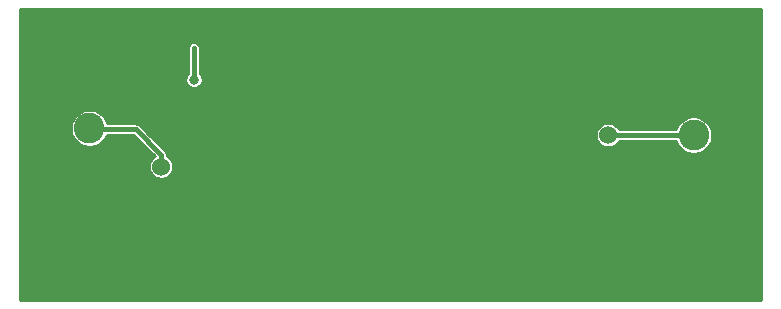
<source format=gbr>
G04 #@! TF.GenerationSoftware,KiCad,Pcbnew,(5.1.4-0)*
G04 #@! TF.CreationDate,2020-02-24T15:23:44-08:00*
G04 #@! TF.ProjectId,3.3V_Rail,332e3356-5f52-4616-996c-2e6b69636164,rev?*
G04 #@! TF.SameCoordinates,Original*
G04 #@! TF.FileFunction,Copper,L2,Bot*
G04 #@! TF.FilePolarity,Positive*
%FSLAX46Y46*%
G04 Gerber Fmt 4.6, Leading zero omitted, Abs format (unit mm)*
G04 Created by KiCad (PCBNEW (5.1.4-0)) date 2020-02-24 15:23:44*
%MOMM*%
%LPD*%
G04 APERTURE LIST*
%ADD10C,2.600000*%
%ADD11R,2.600000X2.600000*%
%ADD12C,0.800000*%
%ADD13C,1.524000*%
%ADD14C,0.406400*%
%ADD15C,0.254000*%
G04 APERTURE END LIST*
D10*
X107850000Y-86550000D03*
D11*
X107850000Y-91550000D03*
X159004000Y-92122000D03*
D10*
X159004000Y-87122000D03*
D12*
X116700000Y-82436000D03*
D13*
X151765000Y-87122000D03*
X113919000Y-89789000D03*
D14*
X116700000Y-82436000D02*
X116700000Y-79769000D01*
X159004000Y-87122000D02*
X151765000Y-87122000D01*
X113919000Y-88773000D02*
X113919000Y-89789000D01*
X111760000Y-86614000D02*
X113919000Y-88773000D01*
X107914000Y-86614000D02*
X111760000Y-86614000D01*
X107850000Y-86550000D02*
X107914000Y-86614000D01*
D15*
G36*
X164719000Y-101092000D02*
G01*
X101981000Y-101092000D01*
X101981000Y-86394443D01*
X106270600Y-86394443D01*
X106270600Y-86705557D01*
X106331295Y-87010694D01*
X106450354Y-87298126D01*
X106623200Y-87556809D01*
X106843191Y-87776800D01*
X107101874Y-87949646D01*
X107389306Y-88068705D01*
X107694443Y-88129400D01*
X108005557Y-88129400D01*
X108310694Y-88068705D01*
X108598126Y-87949646D01*
X108856809Y-87776800D01*
X109076800Y-87556809D01*
X109249646Y-87298126D01*
X109333121Y-87096600D01*
X111560101Y-87096600D01*
X113368111Y-88904611D01*
X113255146Y-88980092D01*
X113110092Y-89125146D01*
X112996123Y-89295712D01*
X112917620Y-89485235D01*
X112877600Y-89686431D01*
X112877600Y-89891569D01*
X112917620Y-90092765D01*
X112996123Y-90282288D01*
X113110092Y-90452854D01*
X113255146Y-90597908D01*
X113425712Y-90711877D01*
X113615235Y-90790380D01*
X113816431Y-90830400D01*
X114021569Y-90830400D01*
X114222765Y-90790380D01*
X114412288Y-90711877D01*
X114582854Y-90597908D01*
X114727908Y-90452854D01*
X114841877Y-90282288D01*
X114920380Y-90092765D01*
X114960400Y-89891569D01*
X114960400Y-89686431D01*
X114920380Y-89485235D01*
X114841877Y-89295712D01*
X114727908Y-89125146D01*
X114582854Y-88980092D01*
X114412288Y-88866123D01*
X114401600Y-88861696D01*
X114401600Y-88796704D01*
X114403935Y-88772999D01*
X114401433Y-88747600D01*
X114394617Y-88678394D01*
X114367022Y-88587423D01*
X114322209Y-88503585D01*
X114261901Y-88430099D01*
X114243488Y-88414988D01*
X112847931Y-87019431D01*
X150723600Y-87019431D01*
X150723600Y-87224569D01*
X150763620Y-87425765D01*
X150842123Y-87615288D01*
X150956092Y-87785854D01*
X151101146Y-87930908D01*
X151271712Y-88044877D01*
X151461235Y-88123380D01*
X151662431Y-88163400D01*
X151867569Y-88163400D01*
X152068765Y-88123380D01*
X152258288Y-88044877D01*
X152428854Y-87930908D01*
X152573908Y-87785854D01*
X152687877Y-87615288D01*
X152692304Y-87604600D01*
X157494369Y-87604600D01*
X157604354Y-87870126D01*
X157777200Y-88128809D01*
X157997191Y-88348800D01*
X158255874Y-88521646D01*
X158543306Y-88640705D01*
X158848443Y-88701400D01*
X159159557Y-88701400D01*
X159464694Y-88640705D01*
X159752126Y-88521646D01*
X160010809Y-88348800D01*
X160230800Y-88128809D01*
X160403646Y-87870126D01*
X160522705Y-87582694D01*
X160583400Y-87277557D01*
X160583400Y-86966443D01*
X160522705Y-86661306D01*
X160403646Y-86373874D01*
X160230800Y-86115191D01*
X160010809Y-85895200D01*
X159752126Y-85722354D01*
X159464694Y-85603295D01*
X159159557Y-85542600D01*
X158848443Y-85542600D01*
X158543306Y-85603295D01*
X158255874Y-85722354D01*
X157997191Y-85895200D01*
X157777200Y-86115191D01*
X157604354Y-86373874D01*
X157494369Y-86639400D01*
X152692304Y-86639400D01*
X152687877Y-86628712D01*
X152573908Y-86458146D01*
X152428854Y-86313092D01*
X152258288Y-86199123D01*
X152068765Y-86120620D01*
X151867569Y-86080600D01*
X151662431Y-86080600D01*
X151461235Y-86120620D01*
X151271712Y-86199123D01*
X151101146Y-86313092D01*
X150956092Y-86458146D01*
X150842123Y-86628712D01*
X150763620Y-86818235D01*
X150723600Y-87019431D01*
X112847931Y-87019431D01*
X112118017Y-86289518D01*
X112102901Y-86271099D01*
X112029415Y-86210791D01*
X111945577Y-86165978D01*
X111854606Y-86138383D01*
X111783707Y-86131400D01*
X111783705Y-86131400D01*
X111760000Y-86129065D01*
X111736295Y-86131400D01*
X109377078Y-86131400D01*
X109368705Y-86089306D01*
X109249646Y-85801874D01*
X109076800Y-85543191D01*
X108856809Y-85323200D01*
X108598126Y-85150354D01*
X108310694Y-85031295D01*
X108005557Y-84970600D01*
X107694443Y-84970600D01*
X107389306Y-85031295D01*
X107101874Y-85150354D01*
X106843191Y-85323200D01*
X106623200Y-85543191D01*
X106450354Y-85801874D01*
X106331295Y-86089306D01*
X106270600Y-86394443D01*
X101981000Y-86394443D01*
X101981000Y-82364397D01*
X115973000Y-82364397D01*
X115973000Y-82507603D01*
X116000938Y-82648058D01*
X116055741Y-82780364D01*
X116135302Y-82899436D01*
X116236564Y-83000698D01*
X116355636Y-83080259D01*
X116487942Y-83135062D01*
X116628397Y-83163000D01*
X116771603Y-83163000D01*
X116912058Y-83135062D01*
X117044364Y-83080259D01*
X117163436Y-83000698D01*
X117264698Y-82899436D01*
X117344259Y-82780364D01*
X117399062Y-82648058D01*
X117427000Y-82507603D01*
X117427000Y-82364397D01*
X117399062Y-82223942D01*
X117344259Y-82091636D01*
X117264698Y-81972564D01*
X117230200Y-81938066D01*
X117230200Y-79742957D01*
X117222528Y-79665063D01*
X117192211Y-79565120D01*
X117142978Y-79473012D01*
X117076722Y-79392278D01*
X116995988Y-79326022D01*
X116903880Y-79276789D01*
X116803937Y-79246472D01*
X116700000Y-79236235D01*
X116596064Y-79246472D01*
X116496121Y-79276789D01*
X116404013Y-79326022D01*
X116323279Y-79392278D01*
X116257023Y-79473012D01*
X116207790Y-79565120D01*
X116177473Y-79665063D01*
X116169801Y-79742957D01*
X116169800Y-81938066D01*
X116135302Y-81972564D01*
X116055741Y-82091636D01*
X116000938Y-82223942D01*
X115973000Y-82364397D01*
X101981000Y-82364397D01*
X101981000Y-76454000D01*
X164719000Y-76454000D01*
X164719000Y-101092000D01*
X164719000Y-101092000D01*
G37*
X164719000Y-101092000D02*
X101981000Y-101092000D01*
X101981000Y-86394443D01*
X106270600Y-86394443D01*
X106270600Y-86705557D01*
X106331295Y-87010694D01*
X106450354Y-87298126D01*
X106623200Y-87556809D01*
X106843191Y-87776800D01*
X107101874Y-87949646D01*
X107389306Y-88068705D01*
X107694443Y-88129400D01*
X108005557Y-88129400D01*
X108310694Y-88068705D01*
X108598126Y-87949646D01*
X108856809Y-87776800D01*
X109076800Y-87556809D01*
X109249646Y-87298126D01*
X109333121Y-87096600D01*
X111560101Y-87096600D01*
X113368111Y-88904611D01*
X113255146Y-88980092D01*
X113110092Y-89125146D01*
X112996123Y-89295712D01*
X112917620Y-89485235D01*
X112877600Y-89686431D01*
X112877600Y-89891569D01*
X112917620Y-90092765D01*
X112996123Y-90282288D01*
X113110092Y-90452854D01*
X113255146Y-90597908D01*
X113425712Y-90711877D01*
X113615235Y-90790380D01*
X113816431Y-90830400D01*
X114021569Y-90830400D01*
X114222765Y-90790380D01*
X114412288Y-90711877D01*
X114582854Y-90597908D01*
X114727908Y-90452854D01*
X114841877Y-90282288D01*
X114920380Y-90092765D01*
X114960400Y-89891569D01*
X114960400Y-89686431D01*
X114920380Y-89485235D01*
X114841877Y-89295712D01*
X114727908Y-89125146D01*
X114582854Y-88980092D01*
X114412288Y-88866123D01*
X114401600Y-88861696D01*
X114401600Y-88796704D01*
X114403935Y-88772999D01*
X114401433Y-88747600D01*
X114394617Y-88678394D01*
X114367022Y-88587423D01*
X114322209Y-88503585D01*
X114261901Y-88430099D01*
X114243488Y-88414988D01*
X112847931Y-87019431D01*
X150723600Y-87019431D01*
X150723600Y-87224569D01*
X150763620Y-87425765D01*
X150842123Y-87615288D01*
X150956092Y-87785854D01*
X151101146Y-87930908D01*
X151271712Y-88044877D01*
X151461235Y-88123380D01*
X151662431Y-88163400D01*
X151867569Y-88163400D01*
X152068765Y-88123380D01*
X152258288Y-88044877D01*
X152428854Y-87930908D01*
X152573908Y-87785854D01*
X152687877Y-87615288D01*
X152692304Y-87604600D01*
X157494369Y-87604600D01*
X157604354Y-87870126D01*
X157777200Y-88128809D01*
X157997191Y-88348800D01*
X158255874Y-88521646D01*
X158543306Y-88640705D01*
X158848443Y-88701400D01*
X159159557Y-88701400D01*
X159464694Y-88640705D01*
X159752126Y-88521646D01*
X160010809Y-88348800D01*
X160230800Y-88128809D01*
X160403646Y-87870126D01*
X160522705Y-87582694D01*
X160583400Y-87277557D01*
X160583400Y-86966443D01*
X160522705Y-86661306D01*
X160403646Y-86373874D01*
X160230800Y-86115191D01*
X160010809Y-85895200D01*
X159752126Y-85722354D01*
X159464694Y-85603295D01*
X159159557Y-85542600D01*
X158848443Y-85542600D01*
X158543306Y-85603295D01*
X158255874Y-85722354D01*
X157997191Y-85895200D01*
X157777200Y-86115191D01*
X157604354Y-86373874D01*
X157494369Y-86639400D01*
X152692304Y-86639400D01*
X152687877Y-86628712D01*
X152573908Y-86458146D01*
X152428854Y-86313092D01*
X152258288Y-86199123D01*
X152068765Y-86120620D01*
X151867569Y-86080600D01*
X151662431Y-86080600D01*
X151461235Y-86120620D01*
X151271712Y-86199123D01*
X151101146Y-86313092D01*
X150956092Y-86458146D01*
X150842123Y-86628712D01*
X150763620Y-86818235D01*
X150723600Y-87019431D01*
X112847931Y-87019431D01*
X112118017Y-86289518D01*
X112102901Y-86271099D01*
X112029415Y-86210791D01*
X111945577Y-86165978D01*
X111854606Y-86138383D01*
X111783707Y-86131400D01*
X111783705Y-86131400D01*
X111760000Y-86129065D01*
X111736295Y-86131400D01*
X109377078Y-86131400D01*
X109368705Y-86089306D01*
X109249646Y-85801874D01*
X109076800Y-85543191D01*
X108856809Y-85323200D01*
X108598126Y-85150354D01*
X108310694Y-85031295D01*
X108005557Y-84970600D01*
X107694443Y-84970600D01*
X107389306Y-85031295D01*
X107101874Y-85150354D01*
X106843191Y-85323200D01*
X106623200Y-85543191D01*
X106450354Y-85801874D01*
X106331295Y-86089306D01*
X106270600Y-86394443D01*
X101981000Y-86394443D01*
X101981000Y-82364397D01*
X115973000Y-82364397D01*
X115973000Y-82507603D01*
X116000938Y-82648058D01*
X116055741Y-82780364D01*
X116135302Y-82899436D01*
X116236564Y-83000698D01*
X116355636Y-83080259D01*
X116487942Y-83135062D01*
X116628397Y-83163000D01*
X116771603Y-83163000D01*
X116912058Y-83135062D01*
X117044364Y-83080259D01*
X117163436Y-83000698D01*
X117264698Y-82899436D01*
X117344259Y-82780364D01*
X117399062Y-82648058D01*
X117427000Y-82507603D01*
X117427000Y-82364397D01*
X117399062Y-82223942D01*
X117344259Y-82091636D01*
X117264698Y-81972564D01*
X117230200Y-81938066D01*
X117230200Y-79742957D01*
X117222528Y-79665063D01*
X117192211Y-79565120D01*
X117142978Y-79473012D01*
X117076722Y-79392278D01*
X116995988Y-79326022D01*
X116903880Y-79276789D01*
X116803937Y-79246472D01*
X116700000Y-79236235D01*
X116596064Y-79246472D01*
X116496121Y-79276789D01*
X116404013Y-79326022D01*
X116323279Y-79392278D01*
X116257023Y-79473012D01*
X116207790Y-79565120D01*
X116177473Y-79665063D01*
X116169801Y-79742957D01*
X116169800Y-81938066D01*
X116135302Y-81972564D01*
X116055741Y-82091636D01*
X116000938Y-82223942D01*
X115973000Y-82364397D01*
X101981000Y-82364397D01*
X101981000Y-76454000D01*
X164719000Y-76454000D01*
X164719000Y-101092000D01*
M02*

</source>
